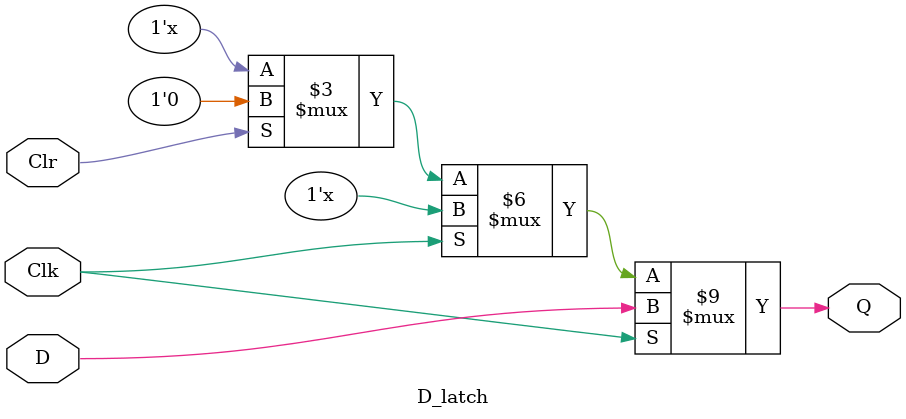
<source format=v>
module D_latch (Clk, D, Q, Clr);
  input D, Clk, Clr;
  output reg Q;
  always @ (D, Clk, Clr)
    if (Clk)
      Q = D;
	else
    if (Clr)
      Q = 0;
endmodule
</source>
